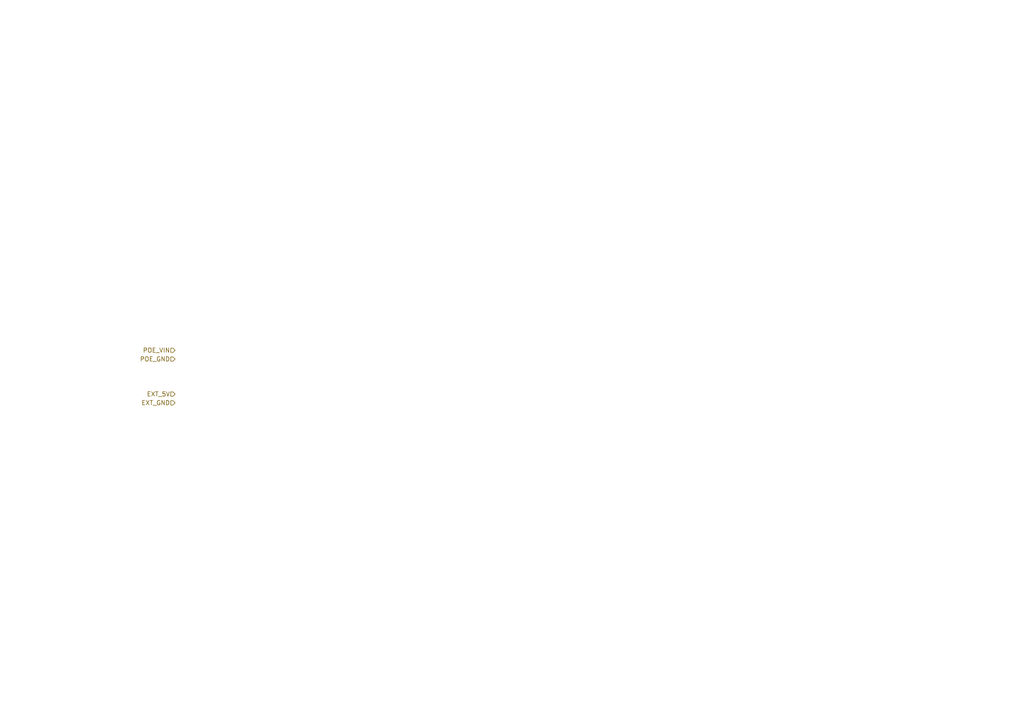
<source format=kicad_sch>
(kicad_sch
	(version 20250114)
	(generator "eeschema")
	(generator_version "9.0")
	(uuid "04efbab4-4b09-41dd-b889-e48452d150e7")
	(paper "A4")
	(title_block
		(title "iot-contact")
	)
	(lib_symbols)
	(hierarchical_label "EXT_GND"
		(shape input)
		(at 50.8 116.84 180)
		(effects
			(font
				(size 1.27 1.27)
			)
			(justify right)
		)
		(uuid "63f6c991-7d4d-49ef-849f-23837f200404")
	)
	(hierarchical_label "POE_GND"
		(shape input)
		(at 50.8 104.14 180)
		(effects
			(font
				(size 1.27 1.27)
			)
			(justify right)
		)
		(uuid "b1ec6760-d5a6-4e6d-aee9-003cb8337baf")
	)
	(hierarchical_label "POE_VIN"
		(shape input)
		(at 50.8 101.6 180)
		(effects
			(font
				(size 1.27 1.27)
			)
			(justify right)
		)
		(uuid "c603889f-a252-47f2-a949-32058b61158a")
	)
	(hierarchical_label "EXT_5V"
		(shape input)
		(at 50.8 114.3 180)
		(effects
			(font
				(size 1.27 1.27)
			)
			(justify right)
		)
		(uuid "f4c611bb-4ee4-414a-8506-b9578937609d")
	)
)

</source>
